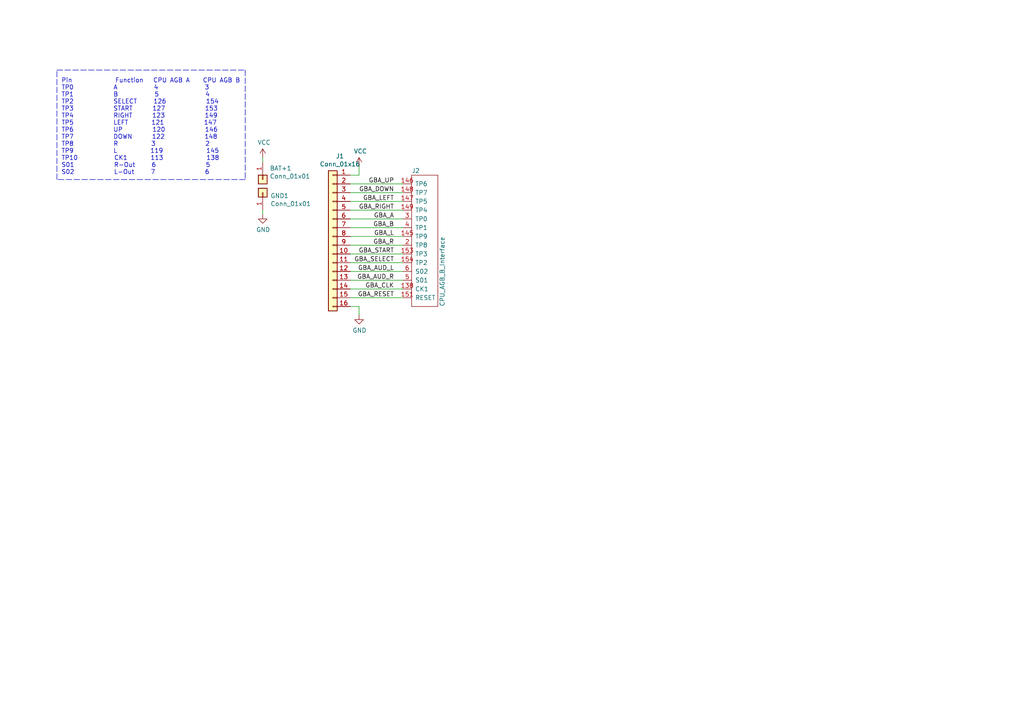
<source format=kicad_sch>
(kicad_sch (version 20211123) (generator eeschema)
  (paper "A4")
  (lib_symbols
    (symbol "Connector_Generic:Conn_01x01" (pin_names (offset 1.016) hide)
      (property "Reference" "J" (at 0 2.54 0))
      (property "Value" "Conn_01x01" (at 0 -2.54 0))
      (symbol "Conn_01x01_1_1"
        (rectangle (start -1.27 0.127) (end 0 -0.127) (stroke (width 0.1524)))
        (rectangle (start -1.27 1.27) (end 1.27 -1.27) (stroke (width 0.254)) (fill (type background)))
        (pin passive line (at -5.08 0 0) (length 3.81) (name "Pin_1") (number "1"))
      )
    )
    (symbol "Connector_Generic:Conn_01x16" (pin_names (offset 1.016) hide)
      (property "Reference" "J" (at 0 20.32 0))
      (property "Value" "Conn_01x16" (at 0 -22.86 0))
      (symbol "Conn_01x16_1_1"
        (rectangle (start -1.27 -20.193) (end 0 -20.447) (stroke (width 0.1524)))
        (rectangle (start -1.27 -17.653) (end 0 -17.907) (stroke (width 0.1524)))
        (rectangle (start -1.27 -15.113) (end 0 -15.367) (stroke (width 0.1524)))
        (rectangle (start -1.27 -12.573) (end 0 -12.827) (stroke (width 0.1524)))
        (rectangle (start -1.27 -10.033) (end 0 -10.287) (stroke (width 0.1524)))
        (rectangle (start -1.27 -7.493) (end 0 -7.747) (stroke (width 0.1524)))
        (rectangle (start -1.27 -4.953) (end 0 -5.207) (stroke (width 0.1524)))
        (rectangle (start -1.27 -2.413) (end 0 -2.667) (stroke (width 0.1524)))
        (rectangle (start -1.27 0.127) (end 0 -0.127) (stroke (width 0.1524)))
        (rectangle (start -1.27 2.667) (end 0 2.413) (stroke (width 0.1524)))
        (rectangle (start -1.27 5.207) (end 0 4.953) (stroke (width 0.1524)))
        (rectangle (start -1.27 7.747) (end 0 7.493) (stroke (width 0.1524)))
        (rectangle (start -1.27 10.287) (end 0 10.033) (stroke (width 0.1524)))
        (rectangle (start -1.27 12.827) (end 0 12.573) (stroke (width 0.1524)))
        (rectangle (start -1.27 15.367) (end 0 15.113) (stroke (width 0.1524)))
        (rectangle (start -1.27 17.907) (end 0 17.653) (stroke (width 0.1524)))
        (rectangle (start -1.27 19.05) (end 1.27 -21.59) (stroke (width 0.254)) (fill (type background)))
        (pin passive line (at -5.08 17.78 0) (length 3.81) (name "Pin_1") (number "1"))
        (pin passive line (at -5.08 -5.08 0) (length 3.81) (name "Pin_10") (number "10"))
        (pin passive line (at -5.08 -7.62 0) (length 3.81) (name "Pin_11") (number "11"))
        (pin passive line (at -5.08 -10.16 0) (length 3.81) (name "Pin_12") (number "12"))
        (pin passive line (at -5.08 -12.7 0) (length 3.81) (name "Pin_13") (number "13"))
        (pin passive line (at -5.08 -15.24 0) (length 3.81) (name "Pin_14") (number "14"))
        (pin passive line (at -5.08 -17.78 0) (length 3.81) (name "Pin_15") (number "15"))
        (pin passive line (at -5.08 -20.32 0) (length 3.81) (name "Pin_16") (number "16"))
        (pin passive line (at -5.08 15.24 0) (length 3.81) (name "Pin_2") (number "2"))
        (pin passive line (at -5.08 12.7 0) (length 3.81) (name "Pin_3") (number "3"))
        (pin passive line (at -5.08 10.16 0) (length 3.81) (name "Pin_4") (number "4"))
        (pin passive line (at -5.08 7.62 0) (length 3.81) (name "Pin_5") (number "5"))
        (pin passive line (at -5.08 5.08 0) (length 3.81) (name "Pin_6") (number "6"))
        (pin passive line (at -5.08 2.54 0) (length 3.81) (name "Pin_7") (number "7"))
        (pin passive line (at -5.08 0 0) (length 3.81) (name "Pin_8") (number "8"))
        (pin passive line (at -5.08 -2.54 0) (length 3.81) (name "Pin_9") (number "9"))
      )
    )
    (symbol "Nintendo:CPU_AGB_B_Interface" (pin_names (offset 1.016))
      (property "Reference" "J" (at -1.27 17.78 0))
      (property "Value" "Nintendo_CPU_AGB_B_Interface" (at 6.35 -11.43 90))
      (symbol "CPU_AGB_B_Interface_0_1"
        (rectangle (start -2.54 16.51) (end 5.08 -21.59))
      )
      (symbol "CPU_AGB_B_Interface_1_1"
        (pin input line (at -5.08 -16.51 0) (length 2.54) (name "CK1") (number "138"))
        (pin input line (at -5.08 -1.27 0) (length 2.54) (name "TP9") (number "145"))
        (pin input line (at -5.08 13.97 0) (length 2.54) (name "TP6") (number "146"))
        (pin input line (at -5.08 8.89 0) (length 2.54) (name "TP5") (number "147"))
        (pin input line (at -5.08 11.43 0) (length 2.54) (name "TP7") (number "148"))
        (pin input line (at -5.08 6.35 0) (length 2.54) (name "TP4") (number "149"))
        (pin input line (at -5.08 -19.05 0) (length 2.54) (name "RESET") (number "151"))
        (pin input line (at -5.08 -6.35 0) (length 2.54) (name "TP3") (number "153"))
        (pin input line (at -5.08 -8.89 0) (length 2.54) (name "TP2") (number "154"))
        (pin input line (at -5.08 -3.81 0) (length 2.54) (name "TP8") (number "2"))
        (pin input line (at -5.08 3.81 0) (length 2.54) (name "TP0") (number "3"))
        (pin input line (at -5.08 1.27 0) (length 2.54) (name "TP1") (number "4"))
        (pin input line (at -5.08 -13.97 0) (length 2.54) (name "S01") (number "5"))
        (pin input line (at -5.08 -11.43 0) (length 2.54) (name "S02") (number "6"))
      )
    )
    (symbol "power:GND" (power) (pin_names (offset 0))
      (property "Value" "GND" (at 0 -3.81 0))
      (symbol "GND_0_1"
        (polyline (pts (xy 0 0) (xy 0 -1.27) (xy 1.27 -1.27) (xy 0 -2.54) (xy -1.27 -1.27) (xy 0 -1.27)))
      )
      (symbol "GND_1_1"
        (pin power_in line (at 0 0 270) (length 0) hide (name "GND") (number "1"))
      )
    )
    (symbol "power:VCC" (power) (pin_names (offset 0))
      (property "Value" "VCC" (at 0 3.81 0))
      (symbol "VCC_0_1"
        (polyline (pts (xy -0.762 1.27) (xy 0 2.54)))
        (polyline (pts (xy 0 0) (xy 0 2.54)))
        (polyline (pts (xy 0 2.54) (xy 0.762 1.27)))
      )
      (symbol "VCC_1_1"
        (pin power_in line (at 0 0 90) (length 0) hide (name "VCC") (number "1"))
      )
    )
  )
  (wire (pts (xy 101.6 78.74) (xy 116.84 78.74)))
  (wire (pts (xy 104.14 88.9) (xy 101.6 88.9)))
  (wire (pts (xy 101.6 53.34) (xy 116.84 53.34)))
  (polyline (pts (xy 16.51 52.07) (xy 16.51 20.32)))
  (wire (pts (xy 101.6 58.42) (xy 116.84 58.42)))
  (wire (pts (xy 101.6 60.96) (xy 116.84 60.96)))
  (wire (pts (xy 76.2 45.72) (xy 76.2 46.99)))
  (wire (pts (xy 101.6 73.66) (xy 116.84 73.66)))
  (wire (pts (xy 101.6 55.88) (xy 116.84 55.88)))
  (wire (pts (xy 101.6 86.36) (xy 116.84 86.36)))
  (wire (pts (xy 101.6 83.82) (xy 116.84 83.82)))
  (wire (pts (xy 104.14 91.44) (xy 104.14 88.9)))
  (wire (pts (xy 101.6 81.28) (xy 116.84 81.28)))
  (wire (pts (xy 101.6 63.5) (xy 116.84 63.5)))
  (polyline (pts (xy 16.51 20.32) (xy 71.12 20.32)))
  (polyline (pts (xy 71.12 52.07) (xy 16.51 52.07)))
  (polyline (pts (xy 71.12 20.32) (xy 71.12 52.07)))
  (wire (pts (xy 101.6 71.12) (xy 116.84 71.12)))
  (wire (pts (xy 76.2 62.23) (xy 76.2 60.96)))
  (wire (pts (xy 101.6 76.2) (xy 116.84 76.2)))
  (wire (pts (xy 101.6 50.8) (xy 104.14 50.8)))
  (wire (pts (xy 104.14 50.8) (xy 104.14 48.26)))
  (wire (pts (xy 101.6 66.04) (xy 116.84 66.04)))
  (wire (pts (xy 101.6 68.58) (xy 116.84 68.58)))
  (text "Pin             Function   CPU AGB A    CPU AGB B\nTP0            A           4              3\nTP1            B           5              4\nTP2            SELECT     126            154\nTP3            START      127            153\nTP4            RIGHT      123            149\nTP5            LEFT       121            147\nTP6            UP         120            146\nTP7            DOWN      122            148\nTP8            R          3               2\nTP9            L          119             145\nTP10           CK1       113             138\nS01            R-Out     6               5\nS02            L-Out     7               6\n" (at 17.78 50.8 0) (effects (font (size 1.27 1.27)) (justify left bottom)))
  (label "GBA_START" (at 114.3 73.66 180))
  (label "GBA_AUD_L" (at 114.3 78.74 180))
  (label "GBA_UP" (at 114.3 53.34 180))
  (label "GBA_SELECT" (at 114.3 76.2 180))
  (label "GBA_LEFT" (at 114.3 58.42 180))
  (label "GBA_R" (at 114.3 71.12 180))
  (label "GBA_CLK" (at 114.3 83.82 180))
  (label "GBA_RIGHT" (at 114.3 60.96 180))
  (label "GBA_L" (at 114.3 68.58 180))
  (label "GBA_B" (at 114.3 66.04 180))
  (label "GBA_A" (at 114.3 63.5 180))
  (label "GBA_DOWN" (at 114.3 55.88 180))
  (label "GBA_AUD_R" (at 114.3 81.28 180))
  (label "GBA_RESET" (at 114.3 86.36 180))
  (symbol (lib_id "Connector_Generic:Conn_01x16") (at 96.52 68.58 0) (mirror y) (unit 1)
    (property "Reference" "J1" (at 98.6028 45.2882 0))
    (property "Value" "Conn_01x16" (at 98.6028 47.5996 0))
    (property "Footprint" "Connector_FFC-FPC:TE_1-1734839-6_1x16-1MP_P0.5mm_Horizontal" (effects hide))
  )
  (symbol (lib_id "Connector_Generic:Conn_01x01") (at 76.2 52.07 270) (unit 1)
    (property "Reference" "BAT+1" (at 78.232 48.8188 90) (effects (justify left)))
    (property "Value" "Conn_01x01" (at 78.232 51.1302 90) (effects (justify left)))
    (property "Footprint" "TestPoint:TestPoint_THTPad_D1.5mm_Drill0.7mm" (effects hide))
  )
  (symbol (lib_id "Connector_Generic:Conn_01x01") (at 76.2 55.88 90) (unit 1)
    (property "Reference" "GND1" (at 78.4352 56.7944 90) (effects (justify right)))
    (property "Value" "Conn_01x01" (at 78.4352 59.1058 90) (effects (justify right)))
    (property "Footprint" "TestPoint:TestPoint_THTPad_D1.5mm_Drill0.7mm" (effects hide))
  )
  (symbol (lib_id "power:GND") (at 104.14 91.44 0) (unit 1)
    (property "Reference" "#PWR04" (effects hide))
    (property "Value" "GND" (at 104.267 95.8342 0))
  )
  (symbol (lib_id "power:VCC") (at 104.14 48.26 0) (unit 1)
    (property "Reference" "#PWR03" (effects hide))
    (property "Value" "VCC" (at 104.521 43.8658 0))
  )
  (symbol (lib_id "power:VCC") (at 76.2 45.72 0) (unit 1)
    (property "Reference" "#PWR01" (effects hide))
    (property "Value" "VCC" (at 76.581 41.3258 0))
  )
  (symbol (lib_id "power:GND") (at 76.2 62.23 0) (unit 1)
    (property "Reference" "#PWR02" (effects hide))
    (property "Value" "GND" (at 76.327 66.6242 0))
  )
  (symbol (lib_id "Nintendo:CPU_AGB_B_Interface") (at 121.92 67.31 0) (unit 1)
    (property "Reference" "J2" (at 119.38 49.53 0) (effects (justify left)))
    (property "Value" "CPU_AGB_B_Interface" (at 128.27 88.9 90) (effects (justify left)))
    (property "Footprint" "Ninteno:CPU_AGB_B_Interface" (effects hide))
  )
)
</source>
